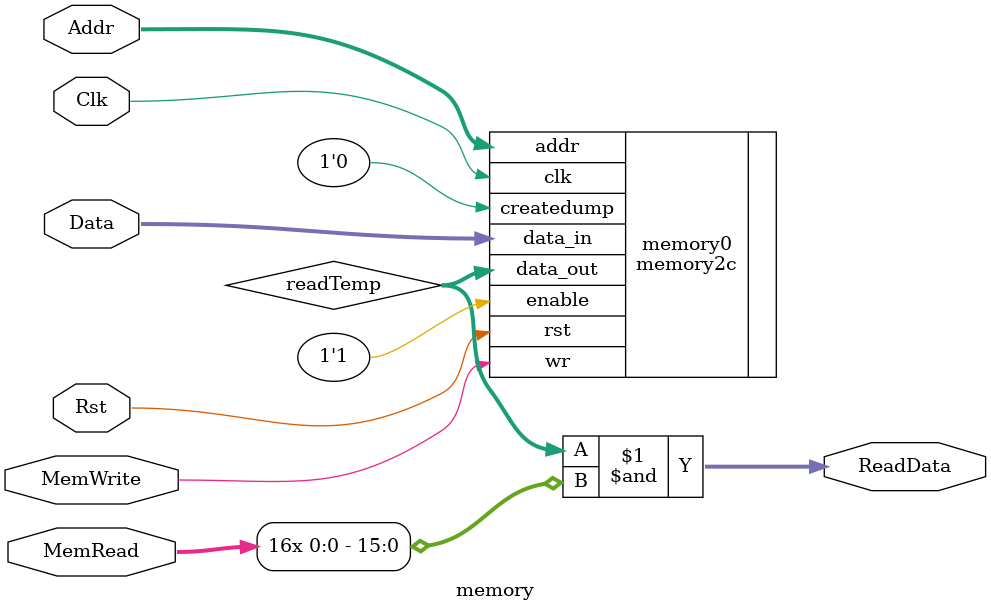
<source format=v>
module memory(Clk, Rst, Addr, Data, MemWrite, MemRead, ReadData);
   input Clk, Rst;
   input [15:0] Addr, Data;
   input 	MemWrite, MemRead;
   output [15:0] ReadData;
   wire [15:0] 	 readTemp;
   
   
   memory2c memory0(.data_out(readTemp), 
		    .data_in(Data), 
		    .addr(Addr), 
		    .enable(1'b1), 
		    .wr(MemWrite), 
		    .createdump(1'b0), 
		    .clk(Clk), 
		    .rst(Rst));
   assign ReadData = readTemp & {16{MemRead}};
endmodule // memory

</source>
